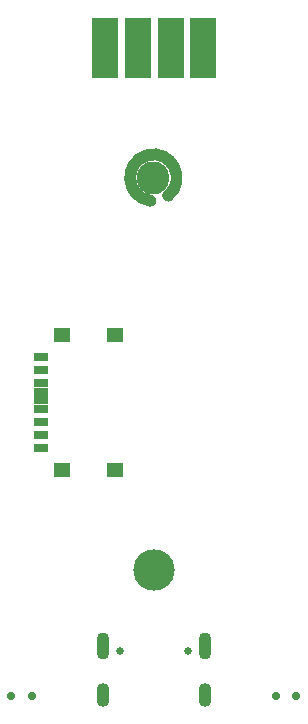
<source format=gbr>
G04 DipTrace 3.3.1.3*
G04 BottomMask.gbr*
%MOIN*%
G04 #@! TF.FileFunction,Soldermask,Bot*
G04 #@! TF.Part,Single*
%ADD46C,0.03937*%
%ADD47O,0.108973X0.110207*%
%ADD52C,0.025591*%
%ADD53C,0.027559*%
%ADD54C,0.137795*%
%ADD58C,0.035433*%
%ADD60C,0.086614*%
%ADD76R,0.086614X0.204724*%
%ADD78R,0.055118X0.045276*%
%ADD80R,0.047244X0.027559*%
%ADD82O,0.043307X0.090551*%
%ADD84O,0.043307X0.07874*%
%FSLAX26Y26*%
G04*
G70*
G90*
G75*
G01*
G04 BotMask*
%LPD*%
D84*
X811263Y451181D3*
X1151420D3*
D82*
X811263Y615748D3*
X1151420D3*
D52*
X867562Y596063D3*
X1095121D3*
D80*
X606201Y1274478D3*
Y1317785D3*
Y1361092D3*
Y1404399D3*
Y1433927D3*
Y1461486D3*
Y1491013D3*
Y1534320D3*
Y1577627D3*
D78*
X675098Y1199675D3*
Y1652430D3*
X850295Y1199675D3*
Y1652430D3*
D76*
X1146525Y2608683D3*
X1037470D3*
X928415D3*
X819360D3*
D53*
X573406Y448769D3*
X506476D3*
X1455925D3*
X1388996D3*
X969291Y2098590D2*
D46*
G02X1028670Y2115465I10243J76862D01*
G01*
D47*
X978739Y2175327D3*
D60*
X980360Y2174521D3*
D58*
X903530Y2174692D3*
X1056386Y2174344D3*
D54*
X981201Y868690D3*
M02*

</source>
